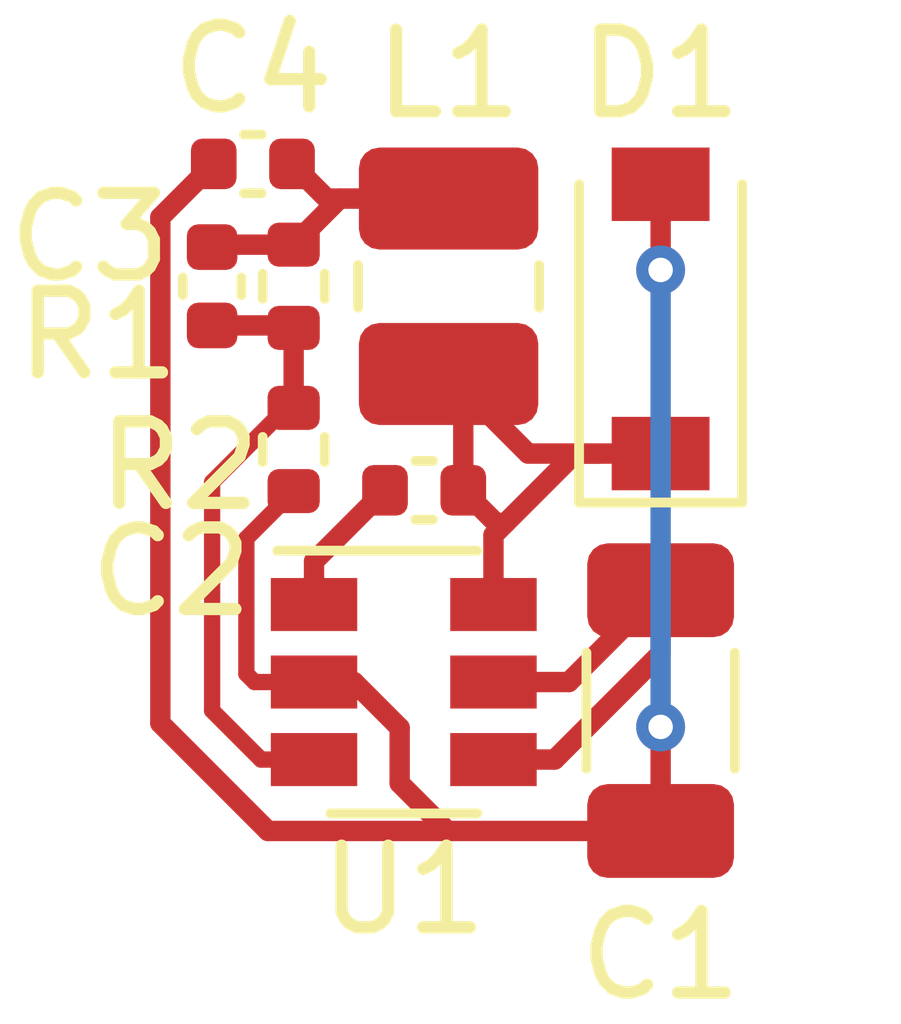
<source format=kicad_pcb>
(kicad_pcb (version 20221018) (generator pcbnew)
  (layers (0 "F.Cu" signal) (31 "B.Cu" signal) (34 "B.Paste" user) (35 "F.Paste" user) (36 "B.SilkS" user "B.Silkscreen") (37 "F.SilkS" user "F.Silkscreen") (38 "B.Mask" user) (39 "F.Mask" user) (44 "Edge.Cuts" user))
  (net 0 "")
  (net 1 "VBUS")
  (net 2 "GND")
  (net 3 "Net-(C2-Pad2)")
  (net 4 "Net-(C2-Pad1)")
  (net 5 "+3V3")
  (net 6 "/FB")
  (footprint "Capacitor_SMD:C_1206_3216Metric" (layer "F.Cu") (at 152.7 93.2 90)
    (fp_text reference "C1" (at -3 0 180) (layer "F.SilkS"))
    (fp_text value "10uF")
    (fp_line (start -0.711252 -0.91) (end 0.711252 -0.91) (stroke (width 0.12)) (layer "F.SilkS"))
    (fp_line (start -0.711252 0.91) (end 0.711252 0.91) (stroke (width 0.12)) (layer "F.SilkS"))
    (pad "1" smd roundrect (at -1.475 0 90) (size 1.15 1.8) (layers "F.Cu" "F.Paste" "F.Mask") (roundrect_rratio 0.217391) (net 2 "GND"))
    (pad "2" smd roundrect (at 1.475 0 90) (size 1.15 1.8) (layers "F.Cu" "F.Paste" "F.Mask") (roundrect_rratio 0.217391) (net 1 "VBUS"))
  )
  (footprint "Capacitor_SMD:C_0402_1005Metric" (layer "F.Cu") (at 149.8 90.5 180)
    (fp_text reference "C2" (at 3.1 -1) (layer "F.SilkS"))
    (fp_text value "100nF")
    (fp_line (start -0.107836 -0.36) (end 0.107836 -0.36) (stroke (width 0.12)) (layer "F.SilkS"))
    (fp_line (start -0.107836 0.36) (end 0.107836 0.36) (stroke (width 0.12)) (layer "F.SilkS"))
    (pad "1" smd roundrect (at -0.48 0 180) (size 0.56 0.62) (layers "F.Cu" "F.Paste" "F.Mask") (net 4 "Net-(C2-Pad1)"))
    (pad "2" smd roundrect (at 0.48 0 180) (size 0.56 0.62) (layers "F.Cu" "F.Paste" "F.Mask") (net 3 "Net-(C2-Pad2)"))
  )
  (footprint "Capacitor_SMD:C_0402_1005Metric" (layer "F.Cu") (at 147.2 88 90)
    (fp_text reference "C3" (at 0.6 -1.5 180) (layer "F.SilkS"))
    (fp_text value "33pF")
    (fp_line (start -0.107836 -0.36) (end 0.107836 -0.36) (stroke (width 0.12)) (layer "F.SilkS"))
    (fp_line (start -0.107836 0.36) (end 0.107836 0.36) (stroke (width 0.12)) (layer "F.SilkS"))
    (pad "1" smd roundrect (at -0.48 0 90) (size 0.56 0.62) (layers "F.Cu" "F.Paste" "F.Mask") (net 6 "/FB"))
    (pad "2" smd roundrect (at 0.48 0 90) (size 0.56 0.62) (layers "F.Cu" "F.Paste" "F.Mask") (net 5 "+3V3"))
  )
  (footprint "Capacitor_SMD:C_0402_1005Metric" (layer "F.Cu") (at 147.7 86.5)
    (fp_text reference "C4" (at 0 -1.16) (layer "F.SilkS"))
    (fp_text value "10uF")
    (fp_line (start -0.107836 -0.36) (end 0.107836 -0.36) (stroke (width 0.12)) (layer "F.SilkS"))
    (fp_line (start -0.107836 0.36) (end 0.107836 0.36) (stroke (width 0.12)) (layer "F.SilkS"))
    (pad "1" smd roundrect (at -0.48 0) (size 0.56 0.62) (layers "F.Cu" "F.Paste" "F.Mask") (net 2 "GND"))
    (pad "2" smd roundrect (at 0.48 0) (size 0.56 0.62) (layers "F.Cu" "F.Paste" "F.Mask") (net 5 "+3V3"))
  )
  (footprint "Diode_SMD:D_SOD-123" (layer "F.Cu") (at 152.7 88.4 90)
    (fp_text reference "D1" (at 3 0 180) (layer "F.SilkS"))
    (fp_text value "40V")
    (fp_line (start -2.25 -1) (end -2.25 1) (stroke (width 0.12)) (layer "F.SilkS"))
    (fp_line (start -2.25 -1) (end 1.65 -1) (stroke (width 0.12)) (layer "F.SilkS"))
    (fp_line (start -2.25 1) (end 1.65 1) (stroke (width 0.12)) (layer "F.SilkS"))
    (pad "1" smd rect (at -1.65 0 90) (size 0.9 1.2) (layers "F.Cu" "F.Paste" "F.Mask") (net 4 "Net-(C2-Pad1)"))
    (pad "2" smd rect (at 1.65 0 90) (size 0.9 1.2) (layers "F.Cu" "F.Paste" "F.Mask") (net 2 "GND"))
  )
  (footprint "Inductor_SMD:L_1008_2520Metric" (layer "F.Cu") (at 150.1 88 90)
    (fp_text reference "L1" (at 2.6 0 180) (layer "F.SilkS"))
    (fp_text value "2.2uH")
    (fp_line (start -0.261252 -1.11) (end 0.261252 -1.11) (stroke (width 0.12)) (layer "F.SilkS"))
    (fp_line (start -0.261252 1.11) (end 0.261252 1.11) (stroke (width 0.12)) (layer "F.SilkS"))
    (pad "1" smd roundrect (at -1.075 0 90) (size 1.25 2.2) (layers "F.Cu" "F.Paste" "F.Mask") (roundrect_rratio 0.2) (net 4 "Net-(C2-Pad1)"))
    (pad "2" smd roundrect (at 1.075 0 90) (size 1.25 2.2) (layers "F.Cu" "F.Paste" "F.Mask") (roundrect_rratio 0.2) (net 5 "+3V3"))
  )
  (footprint "Resistor_SMD:R_0402_1005Metric" (layer "F.Cu") (at 148.2 88 -90)
    (fp_text reference "R1" (at 0.6 2.4 180) (layer "F.SilkS"))
    (fp_text value "75k")
    (fp_line (start -0.153641 -0.38) (end 0.153641 -0.38) (stroke (width 0.12)) (layer "F.SilkS"))
    (fp_line (start -0.153641 0.38) (end 0.153641 0.38) (stroke (width 0.12)) (layer "F.SilkS"))
    (pad "1" smd roundrect (at -0.51 0 270) (size 0.54 0.64) (layers "F.Cu" "F.Paste" "F.Mask") (net 5 "+3V3"))
    (pad "2" smd roundrect (at 0.51 0 270) (size 0.54 0.64) (layers "F.Cu" "F.Paste" "F.Mask") (net 6 "/FB"))
  )
  (footprint "Resistor_SMD:R_0402_1005Metric" (layer "F.Cu") (at 148.2 90 -90)
    (fp_text reference "R2" (at 0.2 1.4 180) (layer "F.SilkS"))
    (fp_text value "24k")
    (fp_line (start -0.153641 -0.38) (end 0.153641 -0.38) (stroke (width 0.12)) (layer "F.SilkS"))
    (fp_line (start -0.153641 0.38) (end 0.153641 0.38) (stroke (width 0.12)) (layer "F.SilkS"))
    (pad "1" smd roundrect (at -0.51 0 270) (size 0.54 0.64) (layers "F.Cu" "F.Paste" "F.Mask") (net 6 "/FB"))
    (pad "2" smd roundrect (at 0.51 0 270) (size 0.54 0.64) (layers "F.Cu" "F.Paste" "F.Mask") (net 2 "GND"))
  )
  (footprint "Package_TO_SOT_SMD:SOT-23-6" (layer "F.Cu") (at 149.55 92.85)
    (fp_text reference "U1" (at 0 2.55) (layer "F.SilkS"))
    (fp_text value "MP2451")
    (fp_line (start -0.9 1.61) (end 0.9 1.61) (stroke (width 0.12)) (layer "F.SilkS"))
    (fp_line (start 0.9 -1.61) (end -1.55 -1.61) (stroke (width 0.12)) (layer "F.SilkS"))
    (pad "1" smd rect (at -1.1 -0.95) (size 1.06 0.65) (layers "F.Cu" "F.Paste" "F.Mask") (net 3 "Net-(C2-Pad2)"))
    (pad "2" smd rect (at -1.1 0) (size 1.06 0.65) (layers "F.Cu" "F.Paste" "F.Mask") (net 2 "GND"))
    (pad "3" smd rect (at -1.1 0.95) (size 1.06 0.65) (layers "F.Cu" "F.Paste" "F.Mask") (net 6 "/FB"))
    (pad "4" smd rect (at 1.1 0.95) (size 1.06 0.65) (layers "F.Cu" "F.Paste" "F.Mask") (net 1 "VBUS"))
    (pad "5" smd rect (at 1.1 0) (size 1.06 0.65) (layers "F.Cu" "F.Paste" "F.Mask") (net 1 "VBUS"))
    (pad "6" smd rect (at 1.1 -0.95) (size 1.06 0.65) (layers "F.Cu" "F.Paste" "F.Mask") (net 4 "Net-(C2-Pad1)"))
  )
  (segment (start 152.7 92.5) (end 152.7 91.725) (width 0.25) (layer "F.Cu") (net 1))
  (segment (start 150.65 93.8) (end 151.4 93.8) (width 0.25) (layer "F.Cu") (net 1))
  (segment (start 151.575 92.85) (end 152.7 91.725) (width 0.25) (layer "F.Cu") (net 1))
  (segment (start 151.4 93.8) (end 152.7 92.5) (width 0.25) (layer "F.Cu") (net 1))
  (segment (start 150.65 92.85) (end 151.575 92.85) (width 0.25) (layer "F.Cu") (net 1))
  (segment (start 150.084998 94.675) (end 147.884998 94.675) (width 0.25) (layer "F.Cu") (net 2))
  (segment (start 148.45 92.85) (end 148.940002 92.85) (width 0.25) (layer "F.Cu") (net 2))
  (segment (start 149.5 93.409998) (end 149.5 94.090002) (width 0.25) (layer "F.Cu") (net 2))
  (segment (start 146.56499 93.354992) (end 146.56499 87.15501) (width 0.25) (layer "F.Cu") (net 2))
  (segment (start 148.940002 92.85) (end 149.5 93.409998) (width 0.25) (layer "F.Cu") (net 2))
  (segment (start 152.7 93.4) (end 152.7 94.675) (width 0.25) (layer "F.Cu") (net 2))
  (segment (start 146.56499 87.15501) (end 147.22 86.5) (width 0.25) (layer "F.Cu") (net 2))
  (segment (start 147.619999 92.749999) (end 147.72 92.85) (width 0.2) (layer "F.Cu") (net 2))
  (segment (start 147.72 92.85) (end 148.45 92.85) (width 0.2) (layer "F.Cu") (net 2))
  (segment (start 150.084998 94.675) (end 152.7 94.675) (width 0.25) (layer "F.Cu") (net 2))
  (segment (start 149.5 94.090002) (end 150.084998 94.675) (width 0.25) (layer "F.Cu") (net 2))
  (segment (start 147.619999 91.090001) (end 147.619999 92.749999) (width 0.2) (layer "F.Cu") (net 2))
  (segment (start 148.2 90.51) (end 147.619999 91.090001) (width 0.2) (layer "F.Cu") (net 2))
  (segment (start 152.7 86.75) (end 152.7 87.8) (width 0.25) (layer "F.Cu") (net 2))
  (segment (start 147.884998 94.675) (end 146.56499 93.354992) (width 0.25) (layer "F.Cu") (net 2))
  (via (at 152.7 87.8) (size 0.6) (drill 0.3) (layers "F.Cu" "B.Cu") (net 2))
  (via (at 152.7 93.4) (size 0.6) (drill 0.3) (layers "F.Cu" "B.Cu") (net 2))
  (segment (start 152.7 87.8) (end 152.7 93.4) (width 0.25) (layer "B.Cu") (net 2))
  (segment (start 148.45 91.9) (end 148.45 91.37) (width 0.25) (layer "F.Cu") (net 3))
  (segment (start 148.45 91.37) (end 149.32 90.5) (width 0.25) (layer "F.Cu") (net 3))
  (segment (start 150.65 91.9) (end 150.65 91.05) (width 0.25) (layer "F.Cu") (net 4))
  (segment (start 150.65 91.05) (end 150.8 90.9) (width 0.25) (layer "F.Cu") (net 4))
  (segment (start 150.1 89.075) (end 151.075 90.05) (width 0.25) (layer "F.Cu") (net 4))
  (segment (start 151.65 90.05) (end 151.95 90.05) (width 0.25) (layer "F.Cu") (net 4))
  (segment (start 150.28 89.255) (end 150.1 89.075) (width 0.25) (layer "F.Cu") (net 4))
  (segment (start 151.075 90.05) (end 151.95 90.05) (width 0.25) (layer "F.Cu") (net 4))
  (segment (start 150.68 90.9) (end 150.28 90.5) (width 0.25) (layer "F.Cu") (net 4))
  (segment (start 150.8 90.9) (end 151.65 90.05) (width 0.25) (layer "F.Cu") (net 4))
  (segment (start 151.95 90.05) (end 152.7 90.05) (width 0.25) (layer "F.Cu") (net 4))
  (segment (start 150.28 90.5) (end 150.28 89.255) (width 0.25) (layer "F.Cu") (net 4))
  (segment (start 150.8 90.9) (end 150.68 90.9) (width 0.25) (layer "F.Cu") (net 4))
  (segment (start 147.23 87.49) (end 147.2 87.52) (width 0.25) (layer "F.Cu") (net 5))
  (segment (start 148.765 86.925) (end 148.2 87.49) (width 0.25) (layer "F.Cu") (net 5))
  (segment (start 150.1 86.925) (end 148.605 86.925) (width 0.25) (layer "F.Cu") (net 5))
  (segment (start 148.2 87.49) (end 147.23 87.49) (width 0.25) (layer "F.Cu") (net 5))
  (segment (start 150.1 86.925) (end 148.765 86.925) (width 0.25) (layer "F.Cu") (net 5))
  (segment (start 148.605 86.925) (end 148.18 86.5) (width 0.25) (layer "F.Cu") (net 5))
  (segment (start 148.2 88.51) (end 148.2 89.49) (width 0.25) (layer "F.Cu") (net 6))
  (segment (start 148.17 88.48) (end 148.2 88.51) (width 0.25) (layer "F.Cu") (net 6))
  (segment (start 147.8 93.8) (end 148.45 93.8) (width 0.2) (layer "F.Cu") (net 6))
  (segment (start 148.11 89.49) (end 147.2 90.4) (width 0.2) (layer "F.Cu") (net 6))
  (segment (start 148.2 89.49) (end 148.11 89.49) (width 0.2) (layer "F.Cu") (net 6))
  (segment (start 147.2 88.48) (end 148.17 88.48) (width 0.25) (layer "F.Cu") (net 6))
  (segment (start 147.2 90.4) (end 147.2 93.2) (width 0.2) (layer "F.Cu") (net 6))
  (segment (start 147.2 93.2) (end 147.8 93.8) (width 0.2) (layer "F.Cu") (net 6))
)
</source>
